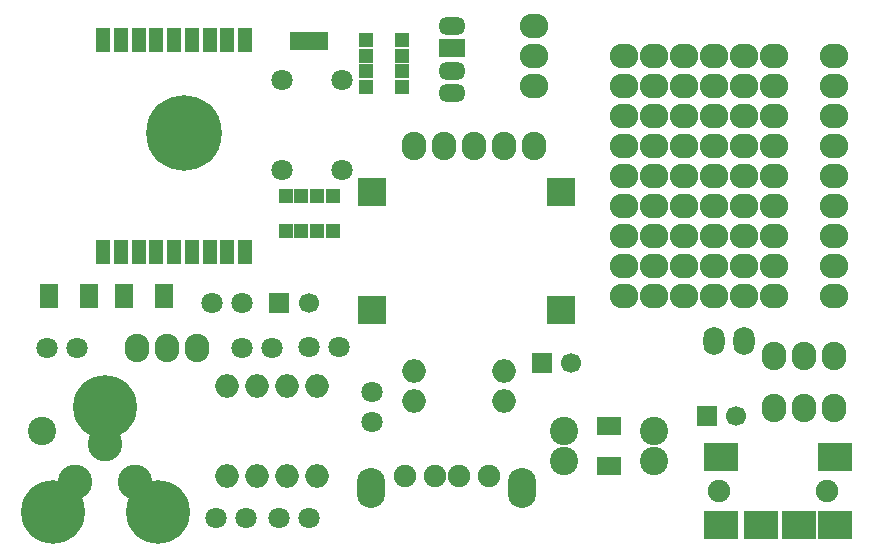
<source format=gbr>
G04 #@! TF.FileFunction,Soldermask,Top*
%FSLAX46Y46*%
G04 Gerber Fmt 4.6, Leading zero omitted, Abs format (unit mm)*
G04 Created by KiCad (PCBNEW 4.0.2+dfsg1-stable) date 2016年07月15日 17時34分00秒*
%MOMM*%
G01*
G04 APERTURE LIST*
%ADD10C,0.100000*%
%ADD11O,2.305000X1.517600*%
%ADD12R,2.305000X1.517600*%
%ADD13O,2.400000X2.100000*%
%ADD14R,1.200000X1.600000*%
%ADD15O,2.100000X2.400000*%
%ADD16C,2.398980*%
%ADD17C,1.901140*%
%ADD18O,2.400000X3.400000*%
%ADD19O,1.800000X2.400000*%
%ADD20R,1.300000X1.300000*%
%ADD21C,2.400000*%
%ADD22R,1.300000X2.100000*%
%ADD23C,6.400000*%
%ADD24O,2.000000X2.000000*%
%ADD25R,2.900000X2.400000*%
%ADD26C,1.900000*%
%ADD27R,2.400000X2.400000*%
%ADD28C,1.797000*%
%ADD29C,5.400000*%
%ADD30C,2.940000*%
%ADD31R,1.600000X2.000000*%
%ADD32R,2.000000X1.600000*%
%ADD33R,1.700000X1.700000*%
%ADD34C,1.700000*%
G04 APERTURE END LIST*
D10*
D11*
X173355000Y-95250000D03*
D12*
X173355000Y-97155000D03*
D11*
X173355000Y-99060000D03*
X173355000Y-100965000D03*
D13*
X180340000Y-95250000D03*
X180340000Y-97790000D03*
X180340000Y-100330000D03*
D14*
X162290000Y-96520000D03*
X160290000Y-96520000D03*
X161290000Y-96520000D03*
D15*
X151765000Y-122555000D03*
X149225000Y-122555000D03*
X146685000Y-122555000D03*
X170180000Y-105410000D03*
X175260000Y-105410000D03*
X172720000Y-105410000D03*
X177800000Y-105410000D03*
X180340000Y-105410000D03*
D16*
X138684000Y-129540000D03*
D17*
X176530860Y-133347880D03*
X173990860Y-133347880D03*
X171958860Y-133347880D03*
X169418860Y-133347880D03*
D18*
X179318000Y-134380000D03*
X166518000Y-134380000D03*
D15*
X200660000Y-127635000D03*
X203200000Y-127635000D03*
X205740000Y-127635000D03*
X200660000Y-123190000D03*
X203200000Y-123190000D03*
X205740000Y-123190000D03*
D19*
X195580000Y-121920000D03*
X198120000Y-121920000D03*
D20*
X166140000Y-96425000D03*
X166140000Y-100425000D03*
X166140000Y-97765000D03*
X166140000Y-99085000D03*
X169140000Y-97765000D03*
X169140000Y-96425000D03*
X169140000Y-100425000D03*
X169140000Y-99085000D03*
D21*
X182890160Y-132080000D03*
X190489840Y-132080000D03*
D22*
X143860000Y-96410000D03*
X143860000Y-114410000D03*
X145360000Y-96410000D03*
X145360000Y-114410000D03*
X146860000Y-96410000D03*
X146860000Y-114410000D03*
X148360000Y-96410000D03*
X148360000Y-114410000D03*
X149860000Y-96410000D03*
X149860000Y-114410000D03*
X151360000Y-96410000D03*
X151360000Y-114410000D03*
X152860000Y-96410000D03*
X152860000Y-114410000D03*
X154360000Y-96410000D03*
X154360000Y-114410000D03*
X155860000Y-96410000D03*
X155860000Y-114410000D03*
D23*
X150660000Y-104310000D03*
D24*
X161925000Y-125730000D03*
X159385000Y-125730000D03*
X156845000Y-125730000D03*
X154305000Y-125730000D03*
X154305000Y-133350000D03*
X156845000Y-133350000D03*
X159385000Y-133350000D03*
X161925000Y-133350000D03*
D25*
X196145000Y-131720000D03*
X205845000Y-131720000D03*
X199545000Y-137520000D03*
X196145000Y-137520000D03*
X205845000Y-137520000D03*
D26*
X205145000Y-134620000D03*
X195945000Y-134620000D03*
D25*
X202745000Y-137520000D03*
D27*
X182625000Y-119300000D03*
X182625000Y-109300000D03*
X166625000Y-109300000D03*
X166625000Y-119300000D03*
D28*
X153035000Y-118745000D03*
X155575000Y-118745000D03*
X153416000Y-136906000D03*
X155956000Y-136906000D03*
X158750000Y-136906000D03*
X161290000Y-136906000D03*
X166624000Y-128778000D03*
X166624000Y-126238000D03*
X161290000Y-122428000D03*
X163830000Y-122428000D03*
X155575000Y-122555000D03*
X158115000Y-122555000D03*
X139065000Y-122555000D03*
X141605000Y-122555000D03*
D24*
X177800000Y-127000000D03*
X177800000Y-124460000D03*
X170180000Y-124460000D03*
X170180000Y-127000000D03*
D21*
X182890160Y-129540000D03*
X190489840Y-129540000D03*
D29*
X139573000Y-136398000D03*
X144018000Y-127508000D03*
X148463000Y-136398000D03*
D30*
X141478000Y-133858000D03*
X144018000Y-130683000D03*
X146558000Y-133858000D03*
D28*
X164084000Y-107442000D03*
X159004000Y-107442000D03*
X164084000Y-99822000D03*
X159004000Y-99822000D03*
D31*
X139270000Y-118110000D03*
X142670000Y-118110000D03*
X145620000Y-118110000D03*
X149020000Y-118110000D03*
D32*
X186690000Y-132510000D03*
X186690000Y-129110000D03*
D20*
X159290000Y-112625000D03*
X163290000Y-112625000D03*
X160630000Y-112625000D03*
X161950000Y-112625000D03*
X160630000Y-109625000D03*
X159290000Y-109625000D03*
X163290000Y-109625000D03*
X161950000Y-109625000D03*
D33*
X194945000Y-128270000D03*
D34*
X197445000Y-128270000D03*
X183475000Y-123825000D03*
D33*
X180975000Y-123825000D03*
D13*
X205740000Y-97790000D03*
X205740000Y-107950000D03*
X205740000Y-105410000D03*
X205740000Y-100330000D03*
X205740000Y-102870000D03*
X205740000Y-113030000D03*
X205740000Y-110490000D03*
X205740000Y-115570000D03*
X205740000Y-118110000D03*
X198120000Y-97790000D03*
X198120000Y-107950000D03*
X198120000Y-105410000D03*
X198120000Y-100330000D03*
X198120000Y-102870000D03*
X198120000Y-113030000D03*
X198120000Y-110490000D03*
X198120000Y-115570000D03*
X198120000Y-118110000D03*
X193040000Y-118110000D03*
X193040000Y-107950000D03*
X193040000Y-110490000D03*
X193040000Y-115570000D03*
X193040000Y-113030000D03*
X193040000Y-102870000D03*
X193040000Y-105410000D03*
X193040000Y-100330000D03*
X193040000Y-97790000D03*
X195580000Y-118110000D03*
X195580000Y-107950000D03*
X195580000Y-110490000D03*
X195580000Y-115570000D03*
X195580000Y-113030000D03*
X195580000Y-102870000D03*
X195580000Y-105410000D03*
X195580000Y-100330000D03*
X195580000Y-97790000D03*
X200660000Y-97790000D03*
X200660000Y-107950000D03*
X200660000Y-105410000D03*
X200660000Y-100330000D03*
X200660000Y-102870000D03*
X200660000Y-113030000D03*
X200660000Y-110490000D03*
X200660000Y-115570000D03*
X200660000Y-118110000D03*
X187960000Y-118110000D03*
X187960000Y-107950000D03*
X187960000Y-110490000D03*
X187960000Y-115570000D03*
X187960000Y-113030000D03*
X187960000Y-102870000D03*
X187960000Y-105410000D03*
X187960000Y-100330000D03*
X187960000Y-97790000D03*
X190500000Y-118110000D03*
X190500000Y-107950000D03*
X190500000Y-110490000D03*
X190500000Y-115570000D03*
X190500000Y-113030000D03*
X190500000Y-102870000D03*
X190500000Y-105410000D03*
X190500000Y-100330000D03*
X190500000Y-97790000D03*
D33*
X158750000Y-118745000D03*
D34*
X161250000Y-118745000D03*
M02*

</source>
